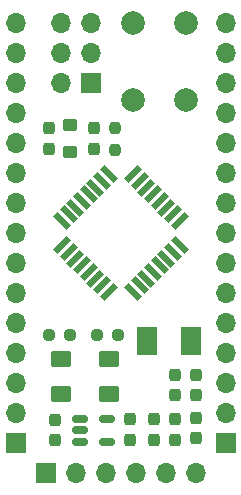
<source format=gbr>
%TF.GenerationSoftware,KiCad,Pcbnew,(6.0.7)*%
%TF.CreationDate,2023-06-10T06:11:36-04:00*%
%TF.ProjectId,atmega328pb_breakout,61746d65-6761-4333-9238-70625f627265,rev?*%
%TF.SameCoordinates,Original*%
%TF.FileFunction,Soldermask,Top*%
%TF.FilePolarity,Negative*%
%FSLAX46Y46*%
G04 Gerber Fmt 4.6, Leading zero omitted, Abs format (unit mm)*
G04 Created by KiCad (PCBNEW (6.0.7)) date 2023-06-10 06:11:36*
%MOMM*%
%LPD*%
G01*
G04 APERTURE LIST*
G04 Aperture macros list*
%AMRoundRect*
0 Rectangle with rounded corners*
0 $1 Rounding radius*
0 $2 $3 $4 $5 $6 $7 $8 $9 X,Y pos of 4 corners*
0 Add a 4 corners polygon primitive as box body*
4,1,4,$2,$3,$4,$5,$6,$7,$8,$9,$2,$3,0*
0 Add four circle primitives for the rounded corners*
1,1,$1+$1,$2,$3*
1,1,$1+$1,$4,$5*
1,1,$1+$1,$6,$7*
1,1,$1+$1,$8,$9*
0 Add four rect primitives between the rounded corners*
20,1,$1+$1,$2,$3,$4,$5,0*
20,1,$1+$1,$4,$5,$6,$7,0*
20,1,$1+$1,$6,$7,$8,$9,0*
20,1,$1+$1,$8,$9,$2,$3,0*%
%AMRotRect*
0 Rectangle, with rotation*
0 The origin of the aperture is its center*
0 $1 length*
0 $2 width*
0 $3 Rotation angle, in degrees counterclockwise*
0 Add horizontal line*
21,1,$1,$2,0,0,$3*%
G04 Aperture macros list end*
%ADD10RotRect,1.600000X0.550000X135.000000*%
%ADD11RotRect,1.600000X0.550000X225.000000*%
%ADD12R,1.700000X2.400000*%
%ADD13RoundRect,0.150000X-0.512500X-0.150000X0.512500X-0.150000X0.512500X0.150000X-0.512500X0.150000X0*%
%ADD14C,2.000000*%
%ADD15RoundRect,0.237500X-0.250000X-0.237500X0.250000X-0.237500X0.250000X0.237500X-0.250000X0.237500X0*%
%ADD16RoundRect,0.237500X0.250000X0.237500X-0.250000X0.237500X-0.250000X-0.237500X0.250000X-0.237500X0*%
%ADD17RoundRect,0.237500X-0.237500X0.250000X-0.237500X-0.250000X0.237500X-0.250000X0.237500X0.250000X0*%
%ADD18RoundRect,0.250000X-0.350000X0.275000X-0.350000X-0.275000X0.350000X-0.275000X0.350000X0.275000X0*%
%ADD19R,1.700000X1.700000*%
%ADD20O,1.700000X1.700000*%
%ADD21RoundRect,0.250001X-0.624999X0.462499X-0.624999X-0.462499X0.624999X-0.462499X0.624999X0.462499X0*%
%ADD22RoundRect,0.237500X0.237500X-0.300000X0.237500X0.300000X-0.237500X0.300000X-0.237500X-0.300000X0*%
%ADD23RoundRect,0.237500X-0.237500X0.300000X-0.237500X-0.300000X0.237500X-0.300000X0.237500X0.300000X0*%
G04 APERTURE END LIST*
D10*
%TO.C,U1*%
X111515305Y-68485103D03*
X112080990Y-67919417D03*
X112646676Y-67353732D03*
X113212361Y-66788047D03*
X113778047Y-66222361D03*
X114343732Y-65656676D03*
X114909417Y-65090990D03*
X115475103Y-64525305D03*
D11*
X115475103Y-62474695D03*
X114909417Y-61909010D03*
X114343732Y-61343324D03*
X113778047Y-60777639D03*
X113212361Y-60211953D03*
X112646676Y-59646268D03*
X112080990Y-59080583D03*
X111515305Y-58514897D03*
D10*
X109464695Y-58514897D03*
X108899010Y-59080583D03*
X108333324Y-59646268D03*
X107767639Y-60211953D03*
X107201953Y-60777639D03*
X106636268Y-61343324D03*
X106070583Y-61909010D03*
X105504897Y-62474695D03*
D11*
X105504897Y-64525305D03*
X106070583Y-65090990D03*
X106636268Y-65656676D03*
X107201953Y-66222361D03*
X107767639Y-66788047D03*
X108333324Y-67353732D03*
X108899010Y-67919417D03*
X109464695Y-68485103D03*
%TD*%
D12*
%TO.C,Y1*%
X112704000Y-72644000D03*
X116404000Y-72644000D03*
%TD*%
D13*
%TO.C,U2*%
X107066500Y-79248000D03*
X107066500Y-80198000D03*
X107066500Y-81148000D03*
X109341500Y-81148000D03*
X109341500Y-79248000D03*
%TD*%
D14*
%TO.C,SW1*%
X111506000Y-45720000D03*
X111506000Y-52220000D03*
X116006000Y-45720000D03*
X116006000Y-52220000D03*
%TD*%
D15*
%TO.C,R3*%
X104394000Y-72136000D03*
X106219000Y-72136000D03*
%TD*%
D16*
%TO.C,R2*%
X110283000Y-72136000D03*
X108458000Y-72136000D03*
%TD*%
D17*
%TO.C,R1*%
X109982000Y-54610000D03*
X109982000Y-56435000D03*
%TD*%
D18*
%TO.C,L1*%
X106172000Y-54356000D03*
X106172000Y-56656000D03*
%TD*%
D19*
%TO.C,J4*%
X104140000Y-83820000D03*
D20*
X106680000Y-83820000D03*
X109220000Y-83820000D03*
X111760000Y-83820000D03*
X114300000Y-83820000D03*
X116840000Y-83820000D03*
%TD*%
D19*
%TO.C,J3*%
X119380000Y-81280000D03*
D20*
X119380000Y-78740000D03*
X119380000Y-76200000D03*
X119380000Y-73660000D03*
X119380000Y-71120000D03*
X119380000Y-68580000D03*
X119380000Y-66040000D03*
X119380000Y-63500000D03*
X119380000Y-60960000D03*
X119380000Y-58420000D03*
X119380000Y-55880000D03*
X119380000Y-53340000D03*
X119380000Y-50800000D03*
X119380000Y-48260000D03*
X119380000Y-45720000D03*
%TD*%
%TO.C,J2*%
X101600000Y-45720000D03*
X101600000Y-48260000D03*
X101600000Y-50800000D03*
X101600000Y-53340000D03*
X101600000Y-55880000D03*
X101600000Y-58420000D03*
X101600000Y-60960000D03*
X101600000Y-63500000D03*
X101600000Y-66040000D03*
X101600000Y-68580000D03*
X101600000Y-71120000D03*
X101600000Y-73660000D03*
X101600000Y-76200000D03*
X101600000Y-78740000D03*
D19*
X101600000Y-81280000D03*
%TD*%
%TO.C,ISP*%
X107950000Y-50800000D03*
D20*
X105410000Y-50800000D03*
X107950000Y-48260000D03*
X105410000Y-48260000D03*
X107950000Y-45720000D03*
X105410000Y-45720000D03*
%TD*%
D21*
%TO.C,D13*%
X105410000Y-74168000D03*
X105410000Y-77143000D03*
%TD*%
%TO.C,POWER*%
X109474000Y-74168000D03*
X109474000Y-77143000D03*
%TD*%
D22*
%TO.C,C9*%
X104394000Y-56335000D03*
X104394000Y-54610000D03*
%TD*%
%TO.C,C8*%
X113284000Y-80973000D03*
X113284000Y-79248000D03*
%TD*%
%TO.C,C7*%
X115062000Y-80973000D03*
X115062000Y-79248000D03*
%TD*%
D23*
%TO.C,C6*%
X111252000Y-79248000D03*
X111252000Y-80973000D03*
%TD*%
%TO.C,C5*%
X104902000Y-79301000D03*
X104902000Y-81026000D03*
%TD*%
D22*
%TO.C,C4*%
X116840000Y-80872500D03*
X116840000Y-79147500D03*
%TD*%
%TO.C,C3*%
X115062000Y-77216000D03*
X115062000Y-75491000D03*
%TD*%
%TO.C,C2*%
X116840000Y-77216000D03*
X116840000Y-75491000D03*
%TD*%
D23*
%TO.C,C1*%
X108204000Y-54610000D03*
X108204000Y-56335000D03*
%TD*%
M02*

</source>
